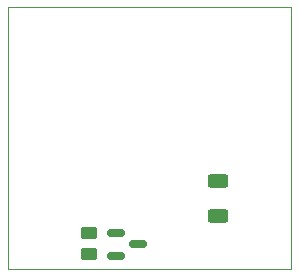
<source format=gbr>
%TF.GenerationSoftware,KiCad,Pcbnew,7.0.10*%
%TF.CreationDate,2024-08-23T10:21:53-04:00*%
%TF.ProjectId,mks_wifi_breakout,6d6b735f-7769-4666-995f-627265616b6f,rev?*%
%TF.SameCoordinates,Original*%
%TF.FileFunction,Paste,Bot*%
%TF.FilePolarity,Positive*%
%FSLAX46Y46*%
G04 Gerber Fmt 4.6, Leading zero omitted, Abs format (unit mm)*
G04 Created by KiCad (PCBNEW 7.0.10) date 2024-08-23 10:21:53*
%MOMM*%
%LPD*%
G01*
G04 APERTURE LIST*
G04 Aperture macros list*
%AMRoundRect*
0 Rectangle with rounded corners*
0 $1 Rounding radius*
0 $2 $3 $4 $5 $6 $7 $8 $9 X,Y pos of 4 corners*
0 Add a 4 corners polygon primitive as box body*
4,1,4,$2,$3,$4,$5,$6,$7,$8,$9,$2,$3,0*
0 Add four circle primitives for the rounded corners*
1,1,$1+$1,$2,$3*
1,1,$1+$1,$4,$5*
1,1,$1+$1,$6,$7*
1,1,$1+$1,$8,$9*
0 Add four rect primitives between the rounded corners*
20,1,$1+$1,$2,$3,$4,$5,0*
20,1,$1+$1,$4,$5,$6,$7,0*
20,1,$1+$1,$6,$7,$8,$9,0*
20,1,$1+$1,$8,$9,$2,$3,0*%
G04 Aperture macros list end*
%ADD10RoundRect,0.150000X-0.587500X-0.150000X0.587500X-0.150000X0.587500X0.150000X-0.587500X0.150000X0*%
%ADD11RoundRect,0.250000X0.450000X-0.262500X0.450000X0.262500X-0.450000X0.262500X-0.450000X-0.262500X0*%
%ADD12RoundRect,0.250000X0.625000X-0.312500X0.625000X0.312500X-0.625000X0.312500X-0.625000X-0.312500X0*%
%TA.AperFunction,Profile*%
%ADD13C,0.100000*%
%TD*%
G04 APERTURE END LIST*
D10*
%TO.C,Q1*%
X138938000Y-90678000D03*
X138938000Y-88778000D03*
X140813000Y-89728000D03*
%TD*%
D11*
%TO.C,R2*%
X136652000Y-90574500D03*
X136652000Y-88749500D03*
%TD*%
D12*
%TO.C,R1*%
X147574000Y-87314500D03*
X147574000Y-84389500D03*
%TD*%
D13*
X129800000Y-69600000D02*
X153800000Y-69600000D01*
X153800000Y-91800000D01*
X129800000Y-91800000D01*
X129800000Y-69600000D01*
M02*

</source>
